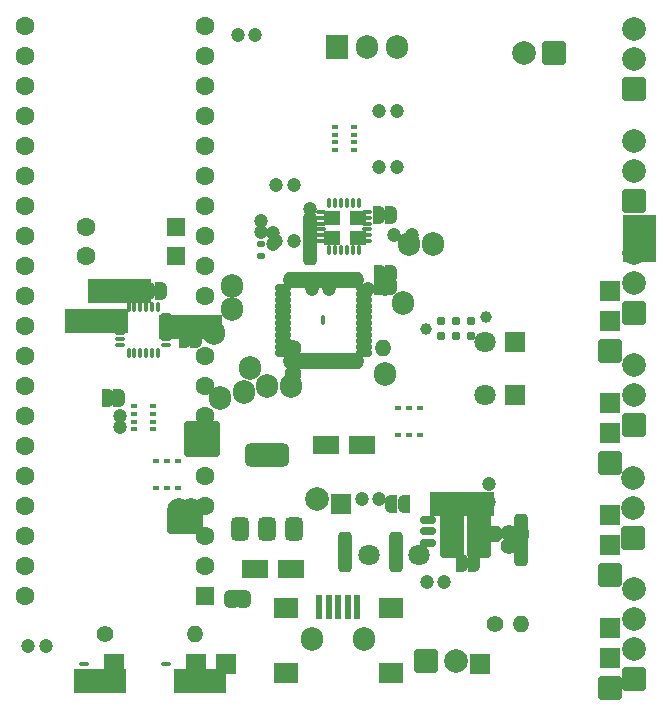
<source format=gbr>
%TF.GenerationSoftware,KiCad,Pcbnew,9.0.1*%
<<<<<<< Updated upstream
%TF.CreationDate,2025-10-26T21:15:45-04:00*%
=======
%TF.CreationDate,2025-10-26T21:35:25-04:00*%
>>>>>>> Stashed changes
%TF.ProjectId,Drone-Flight-Controller,44726f6e-652d-4466-9c69-6768742d436f,rev?*%
%TF.SameCoordinates,Original*%
%TF.FileFunction,Soldermask,Top*%
%TF.FilePolarity,Negative*%
%FSLAX46Y46*%
G04 Gerber Fmt 4.6, Leading zero omitted, Abs format (unit mm)*
<<<<<<< Updated upstream
G04 Created by KiCad (PCBNEW 9.0.1) date 2025-10-26 21:15:45*
=======
G04 Created by KiCad (PCBNEW 9.0.1) date 2025-10-26 21:35:25*
>>>>>>> Stashed changes
%MOMM*%
%LPD*%
G01*
G04 APERTURE LIST*
G04 Aperture macros list*
%AMRoundRect*
0 Rectangle with rounded corners*
0 $1 Rounding radius*
0 $2 $3 $4 $5 $6 $7 $8 $9 X,Y pos of 4 corners*
0 Add a 4 corners polygon primitive as box body*
4,1,4,$2,$3,$4,$5,$6,$7,$8,$9,$2,$3,0*
0 Add four circle primitives for the rounded corners*
1,1,$1+$1,$2,$3*
1,1,$1+$1,$4,$5*
1,1,$1+$1,$6,$7*
1,1,$1+$1,$8,$9*
0 Add four rect primitives between the rounded corners*
20,1,$1+$1,$2,$3,$4,$5,0*
20,1,$1+$1,$4,$5,$6,$7,0*
20,1,$1+$1,$6,$7,$8,$9,0*
20,1,$1+$1,$8,$9,$2,$3,0*%
<<<<<<< Updated upstream
G04 Aperture macros list end*
%ADD10RoundRect,0.147500X0.147500X0.172500X-0.147500X0.172500X-0.147500X-0.172500X0.147500X-0.172500X0*%
%ADD11C,1.000000*%
%ADD12RoundRect,0.165000X-0.165000X-0.475000X0.165000X-0.475000X0.165000X0.475000X-0.165000X0.475000X0*%
%ADD13RoundRect,0.140000X-0.140000X-0.170000X0.140000X-0.170000X0.140000X0.170000X-0.140000X0.170000X0*%
%ADD14RoundRect,0.140000X0.170000X-0.140000X0.170000X0.140000X-0.170000X0.140000X-0.170000X-0.140000X0*%
%ADD15RoundRect,0.140000X0.140000X0.170000X-0.140000X0.170000X-0.140000X-0.170000X0.140000X-0.170000X0*%
%ADD16RoundRect,0.135000X0.135000X0.185000X-0.135000X0.185000X-0.135000X-0.185000X0.135000X-0.185000X0*%
%ADD17RoundRect,0.135000X-0.135000X-0.185000X0.135000X-0.185000X0.135000X0.185000X-0.135000X0.185000X0*%
%ADD18RoundRect,0.135000X0.185000X-0.135000X0.185000X0.135000X-0.185000X0.135000X-0.185000X-0.135000X0*%
%ADD19RoundRect,0.135000X-0.185000X0.135000X-0.185000X-0.135000X0.185000X-0.135000X0.185000X0.135000X0*%
%ADD20RoundRect,0.062500X-0.062500X0.337500X-0.062500X-0.337500X0.062500X-0.337500X0.062500X0.337500X0*%
%ADD21RoundRect,0.062500X-0.337500X0.062500X-0.337500X-0.062500X0.337500X-0.062500X0.337500X0.062500X0*%
%ADD22R,3.500000X3.500000*%
%ADD23RoundRect,0.250000X-0.750000X-0.750000X0.750000X-0.750000X0.750000X0.750000X-0.750000X0.750000X0*%
%ADD24C,2.000000*%
%ADD25RoundRect,0.250000X0.312500X1.450000X-0.312500X1.450000X-0.312500X-1.450000X0.312500X-1.450000X0*%
%ADD26RoundRect,0.250000X0.750000X-0.750000X0.750000X0.750000X-0.750000X0.750000X-0.750000X-0.750000X0*%
%ADD27RoundRect,0.150000X0.150000X-0.512500X0.150000X0.512500X-0.150000X0.512500X-0.150000X-0.512500X0*%
%ADD28RoundRect,0.150000X-0.512500X-0.150000X0.512500X-0.150000X0.512500X0.150000X-0.512500X0.150000X0*%
%ADD29C,1.400000*%
%ADD30O,1.400000X1.400000*%
%ADD31C,0.990600*%
%ADD32C,0.787400*%
%ADD33R,2.200000X1.600000*%
%ADD34R,1.400000X1.200000*%
%ADD35RoundRect,0.075000X0.075000X-0.350000X0.075000X0.350000X-0.075000X0.350000X-0.075000X-0.350000X0*%
%ADD36RoundRect,0.075000X0.350000X0.075000X-0.350000X0.075000X-0.350000X-0.075000X0.350000X-0.075000X0*%
%ADD37R,0.500000X2.000000*%
%ADD38R,2.000000X1.700000*%
%ADD39RoundRect,0.147500X0.172500X-0.147500X0.172500X0.147500X-0.172500X0.147500X-0.172500X-0.147500X0*%
%ADD40RoundRect,0.375000X0.375000X-0.625000X0.375000X0.625000X-0.375000X0.625000X-0.375000X-0.625000X0*%
%ADD41RoundRect,0.500000X1.400000X-0.500000X1.400000X0.500000X-1.400000X0.500000X-1.400000X-0.500000X0*%
%ADD42R,0.500000X0.350000*%
G04 APERTURE END LIST*
D10*
%TO.C,D2*%
X67485000Y-34000000D03*
X66515000Y-34000000D03*
%TD*%
%TO.C,D3*%
X67485000Y-33000000D03*
X66515000Y-33000000D03*
%TD*%
%TO.C,D1*%
X67485000Y-35000000D03*
X66515000Y-35000000D03*
%TD*%
D11*
%TO.C,TP13*%
X47500000Y-34500000D03*
%TD*%
%TO.C,TP12*%
X49500000Y-34500000D03*
%TD*%
%TO.C,TP11*%
X31000000Y-42000000D03*
%TD*%
%TO.C,TP10*%
X31500000Y-47500000D03*
%TD*%
%TO.C,TP9*%
X33500000Y-47000000D03*
%TD*%
%TO.C,TP8*%
X35500000Y-46500000D03*
%TD*%
%TO.C,TP7*%
X37500000Y-46500000D03*
%TD*%
%TO.C,TP6*%
X47000000Y-39500000D03*
%TD*%
%TO.C,TP5*%
X34000000Y-45000000D03*
%TD*%
%TO.C,TP4*%
X32500000Y-40000000D03*
%TD*%
%TO.C,TP3*%
X32500000Y-38000000D03*
%TD*%
%TO.C,TP2*%
X45500000Y-45500000D03*
%TD*%
D12*
%TO.C,C10*%
X45960000Y-56500000D03*
X47040000Y-56500000D03*
%TD*%
D13*
%TO.C,C23*%
X22020000Y-47500000D03*
X22980000Y-47500000D03*
%TD*%
D14*
%TO.C,C22*%
X23000000Y-49980000D03*
X23000000Y-49020000D03*
%TD*%
D15*
%TO.C,C7*%
X52480000Y-56500000D03*
X51520000Y-56500000D03*
%TD*%
D13*
%TO.C,C2*%
X52020000Y-61500000D03*
X52980000Y-61500000D03*
%TD*%
D16*
%TO.C,R7*%
X30500000Y-51500000D03*
X29480000Y-51500000D03*
%TD*%
%TO.C,R6*%
X30510000Y-50500000D03*
X29490000Y-50500000D03*
%TD*%
D17*
%TO.C,R5*%
X27990000Y-57000000D03*
X29010000Y-57000000D03*
%TD*%
D16*
%TO.C,R4*%
X29010000Y-58000000D03*
X27990000Y-58000000D03*
%TD*%
D18*
%TO.C,R3*%
X57000000Y-60020000D03*
X57000000Y-59000000D03*
%TD*%
D19*
%TO.C,R2*%
X56000000Y-58990000D03*
X56000000Y-60010000D03*
%TD*%
D15*
%TO.C,C21*%
X21500000Y-41000000D03*
X20540000Y-41000000D03*
%TD*%
D13*
%TO.C,C19*%
X25500000Y-38500000D03*
X26460000Y-38500000D03*
%TD*%
D15*
%TO.C,C18*%
X23480000Y-38500000D03*
X22520000Y-38500000D03*
%TD*%
%TO.C,C20*%
X29500000Y-41500000D03*
X28540000Y-41500000D03*
%TD*%
D13*
%TO.C,C17*%
X28520000Y-42500000D03*
X29480000Y-42500000D03*
%TD*%
D20*
%TO.C,U3*%
X43000000Y-37487500D03*
X42500000Y-37487500D03*
X42000000Y-37487500D03*
X41500000Y-37487500D03*
X41000000Y-37487500D03*
X40500000Y-37487500D03*
X40000000Y-37487500D03*
X39500000Y-37487500D03*
X39000000Y-37487500D03*
X38500000Y-37487500D03*
X38000000Y-37487500D03*
X37500000Y-37487500D03*
D21*
X36800000Y-38187500D03*
X36800000Y-38687500D03*
X36800000Y-39187500D03*
X36800000Y-39687500D03*
X36800000Y-40187500D03*
X36800000Y-40687500D03*
X36800000Y-41187500D03*
X36800000Y-41687500D03*
X36800000Y-42187500D03*
X36800000Y-42687500D03*
X36800000Y-43187500D03*
X36800000Y-43687500D03*
D20*
X37500000Y-44387500D03*
X38000000Y-44387500D03*
X38500000Y-44387500D03*
X39000000Y-44387500D03*
X39500000Y-44387500D03*
X40000000Y-44387500D03*
X40500000Y-44387500D03*
X41000000Y-44387500D03*
X41500000Y-44387500D03*
X42000000Y-44387500D03*
X42500000Y-44387500D03*
X43000000Y-44387500D03*
D21*
X43700000Y-43687500D03*
X43700000Y-43187500D03*
X43700000Y-42687500D03*
X43700000Y-42187500D03*
X43700000Y-41687500D03*
X43700000Y-41187500D03*
X43700000Y-40687500D03*
X43700000Y-40187500D03*
X43700000Y-39687500D03*
X43700000Y-39187500D03*
X43700000Y-38687500D03*
X43700000Y-38187500D03*
D22*
X40250000Y-40937500D03*
%TD*%
D23*
%TO.C,J7*%
X19960000Y-70000000D03*
D24*
X22500000Y-70000000D03*
%TD*%
D25*
%TO.C,L1*%
X48387500Y-60820000D03*
X44112500Y-60820000D03*
%TD*%
D26*
%TO.C,J3*%
X64500000Y-72080000D03*
D24*
X64500000Y-69540000D03*
X64500000Y-67000000D03*
%TD*%
D27*
%TO.C,U4*%
X46550000Y-50637500D03*
X47500000Y-50637500D03*
X48450000Y-50637500D03*
X48450000Y-48362500D03*
X47500000Y-48362500D03*
X46550000Y-48362500D03*
%TD*%
D28*
%TO.C,U1*%
X51112500Y-58120000D03*
X51112500Y-59070000D03*
X51112500Y-60020000D03*
X53387500Y-60020000D03*
X53387500Y-59070000D03*
X53387500Y-58120000D03*
%TD*%
D29*
%TO.C,R9*%
X27810000Y-33000000D03*
D30*
X20190000Y-33000000D03*
%TD*%
D26*
%TO.C,J4*%
X64500000Y-62500000D03*
D24*
X64500000Y-59960000D03*
X64500000Y-57420000D03*
%TD*%
D31*
%TO.C,J10*%
X48960000Y-41635000D03*
X54040000Y-40619000D03*
X54040000Y-42651000D03*
D32*
X50230000Y-42270000D03*
X50230000Y-41000000D03*
X51500000Y-42270000D03*
X51500000Y-41000000D03*
X52770000Y-42270000D03*
X52770000Y-41000000D03*
%TD*%
D33*
%TO.C,C6*%
X40500000Y-51500000D03*
X43500000Y-51500000D03*
%TD*%
D34*
%TO.C,Y1*%
X43200000Y-32300000D03*
X41000000Y-32300000D03*
X41000000Y-34000000D03*
X43200000Y-34000000D03*
%TD*%
D35*
%TO.C,U6*%
X23750000Y-43700000D03*
X24250000Y-43700000D03*
X24750000Y-43700000D03*
X25250000Y-43700000D03*
X25750000Y-43700000D03*
X26250000Y-43700000D03*
D36*
X26950000Y-43000000D03*
X26950000Y-42500000D03*
X26950000Y-42000000D03*
X26950000Y-41500000D03*
X26950000Y-41000000D03*
X26950000Y-40500000D03*
D35*
X26250000Y-39800000D03*
X25750000Y-39800000D03*
X25250000Y-39800000D03*
X24750000Y-39800000D03*
X24250000Y-39800000D03*
X23750000Y-39800000D03*
D36*
X23050000Y-40500000D03*
X23050000Y-41000000D03*
X23050000Y-41500000D03*
X23050000Y-42000000D03*
X23050000Y-42500000D03*
X23050000Y-43000000D03*
%TD*%
D27*
%TO.C,U5*%
X26050000Y-55137500D03*
X27000000Y-55137500D03*
X27950000Y-55137500D03*
X27950000Y-52862500D03*
X27000000Y-52862500D03*
X26050000Y-52862500D03*
%TD*%
D11*
%TO.C,J2*%
X39300000Y-67925000D03*
X43700000Y-67925000D03*
D37*
X39900000Y-65225000D03*
X40700000Y-65225000D03*
X41500000Y-65225000D03*
X42300000Y-65225000D03*
X43100000Y-65225000D03*
D38*
X37050000Y-65325000D03*
X37050000Y-70775000D03*
X45950000Y-65325000D03*
X45950000Y-70775000D03*
%TD*%
D13*
%TO.C,C11*%
X45020000Y-38000000D03*
X45980000Y-38000000D03*
%TD*%
D29*
%TO.C,R8*%
X27810000Y-35500000D03*
D30*
X20190000Y-35500000D03*
%TD*%
D18*
%TO.C,R1*%
X39100000Y-34550000D03*
X39100000Y-33530000D03*
%TD*%
D24*
%TO.C,TP1*%
X41750000Y-56500000D03*
%TD*%
D39*
%TO.C,L2*%
X35000000Y-35485000D03*
X35000000Y-34515000D03*
%TD*%
D14*
%TO.C,C15*%
X35000000Y-33465000D03*
X35000000Y-32505000D03*
%TD*%
D33*
%TO.C,C4*%
X37500000Y-62000000D03*
X34500000Y-62000000D03*
%TD*%
D26*
%TO.C,J5*%
X64500000Y-53045000D03*
D24*
X64500000Y-50505000D03*
X64500000Y-47965000D03*
%TD*%
D23*
%TO.C,J1*%
X50975000Y-70037500D03*
D24*
X53515000Y-70037500D03*
%TD*%
D26*
%TO.C,J6*%
X64500000Y-43540000D03*
D24*
X64500000Y-41000000D03*
X64500000Y-38460000D03*
%TD*%
D40*
%TO.C,U2*%
X33200000Y-58650000D03*
X35500000Y-58650000D03*
D41*
X35500000Y-52350000D03*
D40*
X37800000Y-58650000D03*
%TD*%
D14*
%TO.C,C3*%
X39100000Y-32500000D03*
X39100000Y-31540000D03*
%TD*%
%TO.C,C16*%
X36000000Y-34480000D03*
X36000000Y-33520000D03*
%TD*%
D42*
%TO.C,U7*%
X25800000Y-48230000D03*
X25800000Y-48880000D03*
X25800000Y-49530000D03*
X25800000Y-50180000D03*
X24200000Y-50180000D03*
X24200000Y-49530000D03*
X24200000Y-48880000D03*
X24200000Y-48230000D03*
%TD*%
D13*
%TO.C,C1*%
X45000000Y-32000000D03*
X45960000Y-32000000D03*
%TD*%
%TO.C,C9*%
X45020000Y-37000000D03*
X45980000Y-37000000D03*
%TD*%
D23*
%TO.C,J8*%
X26955000Y-70000000D03*
D24*
X29495000Y-70000000D03*
X32035000Y-70000000D03*
=======
%AMFreePoly0*
4,1,23,0.500000,-0.750000,0.000000,-0.750000,0.000000,-0.745722,-0.065263,-0.745722,-0.191342,-0.711940,-0.304381,-0.646677,-0.396677,-0.554381,-0.461940,-0.441342,-0.495722,-0.315263,-0.495722,-0.250000,-0.500000,-0.250000,-0.500000,0.250000,-0.495722,0.250000,-0.495722,0.315263,-0.461940,0.441342,-0.396677,0.554381,-0.304381,0.646677,-0.191342,0.711940,-0.065263,0.745722,0.000000,0.745722,
0.000000,0.750000,0.500000,0.750000,0.500000,-0.750000,0.500000,-0.750000,$1*%
%AMFreePoly1*
4,1,23,0.000000,0.745722,0.065263,0.745722,0.191342,0.711940,0.304381,0.646677,0.396677,0.554381,0.461940,0.441342,0.495722,0.315263,0.495722,0.250000,0.500000,0.250000,0.500000,-0.250000,0.495722,-0.250000,0.495722,-0.315263,0.461940,-0.441342,0.396677,-0.554381,0.304381,-0.646677,0.191342,-0.711940,0.065263,-0.745722,0.000000,-0.745722,0.000000,-0.750000,-0.500000,-0.750000,
-0.500000,0.750000,0.000000,0.750000,0.000000,0.745722,0.000000,0.745722,$1*%
G04 Aperture macros list end*
%ADD10R,1.905000X2.000000*%
%ADD11O,1.905000X2.000000*%
%ADD12FreePoly0,0.000000*%
%ADD13FreePoly1,0.000000*%
%ADD14C,1.200000*%
%ADD15R,4.500000X2.000000*%
%ADD16RoundRect,0.250000X0.750000X-0.750000X0.750000X0.750000X-0.750000X0.750000X-0.750000X-0.750000X0*%
%ADD17C,2.000000*%
%ADD18RoundRect,0.250000X0.312500X1.450000X-0.312500X1.450000X-0.312500X-1.450000X0.312500X-1.450000X0*%
%ADD19C,1.400000*%
%ADD20O,1.400000X1.400000*%
%ADD21RoundRect,0.150000X-0.512500X-0.150000X0.512500X-0.150000X0.512500X0.150000X-0.512500X0.150000X0*%
%ADD22RoundRect,0.075000X-0.075000X0.350000X-0.075000X-0.350000X0.075000X-0.350000X0.075000X0.350000X0*%
%ADD23RoundRect,0.075000X-0.350000X-0.075000X0.350000X-0.075000X0.350000X0.075000X-0.350000X0.075000X0*%
%ADD24R,1.800000X1.800000*%
%ADD25C,1.800000*%
%ADD26RoundRect,0.250000X-0.750000X-0.750000X0.750000X-0.750000X0.750000X0.750000X-0.750000X0.750000X0*%
%ADD27R,0.500000X0.350000*%
%ADD28RoundRect,0.250000X0.750000X0.750000X-0.750000X0.750000X-0.750000X-0.750000X0.750000X-0.750000X0*%
%ADD29RoundRect,0.250000X0.550000X0.550000X-0.550000X0.550000X-0.550000X-0.550000X0.550000X-0.550000X0*%
%ADD30C,1.600000*%
G04 APERTURE END LIST*
%TO.C,JP1*%
G36*
X32850000Y-63750000D02*
G01*
X33150000Y-63750000D01*
X33150000Y-65250000D01*
X32850000Y-65250000D01*
X32850000Y-63750000D01*
G37*
%TD*%
D10*
%TO.C,U2*%
X41420000Y-17820000D03*
D11*
X43960000Y-17820000D03*
X46500000Y-17820000D03*
%TD*%
D12*
%TO.C,JP1*%
X32350000Y-64500000D03*
D13*
X33650000Y-64500000D03*
%TD*%
D14*
%TO.C,C10*%
X46250000Y-33750000D03*
X47750000Y-33750000D03*
%TD*%
D15*
%TO.C,Y1*%
X29810000Y-71500000D03*
X21310000Y-71500000D03*
%TD*%
D16*
%TO.C,J5*%
X66532500Y-21360000D03*
D17*
X66532500Y-18820000D03*
X66532500Y-16280000D03*
%TD*%
D14*
%TO.C,C2*%
X15250000Y-68500000D03*
X16750000Y-68500000D03*
%TD*%
D18*
%TO.C,L1*%
X46387500Y-60570000D03*
X42112500Y-60570000D03*
%TD*%
D14*
%TO.C,C8*%
X39250000Y-38250000D03*
X40750000Y-38250000D03*
%TD*%
D19*
%TO.C,R3*%
X21750000Y-67500000D03*
D20*
X29370000Y-67500000D03*
%TD*%
D14*
%TO.C,C1*%
X49000000Y-63070000D03*
X50500000Y-63070000D03*
%TD*%
D21*
%TO.C,U1*%
X49112500Y-57870000D03*
X49112500Y-58820000D03*
X49112500Y-59770000D03*
X51387500Y-59770000D03*
X51387500Y-58820000D03*
X51387500Y-57870000D03*
%TD*%
D19*
%TO.C,R5*%
X37690000Y-45500000D03*
D20*
X45310000Y-45500000D03*
%TD*%
D14*
%TO.C,C9*%
X36250000Y-34250000D03*
X37750000Y-34250000D03*
%TD*%
D16*
%TO.C,J7*%
X66500000Y-59360000D03*
D17*
X66500000Y-56820000D03*
X66500000Y-54280000D03*
%TD*%
D19*
%TO.C,R1*%
X57000000Y-59010000D03*
D20*
X57000000Y-66630000D03*
%TD*%
D22*
%TO.C,U4*%
X43250000Y-31050000D03*
X42750000Y-31050000D03*
X42250000Y-31050000D03*
X41750000Y-31050000D03*
X41250000Y-31050000D03*
X40750000Y-31050000D03*
D23*
X40050000Y-31750000D03*
X40050000Y-32250000D03*
X40050000Y-32750000D03*
X40050000Y-33250000D03*
X40050000Y-33750000D03*
X40050000Y-34250000D03*
D22*
X40750000Y-34950000D03*
X41250000Y-34950000D03*
X41750000Y-34950000D03*
X42250000Y-34950000D03*
X42750000Y-34950000D03*
X43250000Y-34950000D03*
D23*
X43950000Y-34250000D03*
X43950000Y-33750000D03*
X43950000Y-33250000D03*
X43950000Y-32750000D03*
X43950000Y-32250000D03*
X43950000Y-31750000D03*
%TD*%
D14*
%TO.C,C12*%
X46500000Y-28000000D03*
X45000000Y-28000000D03*
%TD*%
D19*
%TO.C,R2*%
X54750000Y-66630000D03*
D20*
X54750000Y-59010000D03*
%TD*%
D19*
%TO.C,R4*%
X37690000Y-43250000D03*
D20*
X45310000Y-43250000D03*
%TD*%
D17*
%TO.C,TP1*%
X39750000Y-56070000D03*
%TD*%
D16*
%TO.C,J2*%
X66532500Y-49820000D03*
D17*
X66532500Y-47280000D03*
X66532500Y-44740000D03*
%TD*%
D24*
%TO.C,D1*%
X56500000Y-47250000D03*
D25*
X53960000Y-47250000D03*
%TD*%
D14*
%TO.C,C3*%
X33000000Y-16750000D03*
X34500000Y-16750000D03*
%TD*%
%TO.C,C7*%
X45500000Y-38250000D03*
X44000000Y-38250000D03*
%TD*%
D16*
%TO.C,J4*%
X66532500Y-30820000D03*
D17*
X66532500Y-28280000D03*
X66532500Y-25740000D03*
%TD*%
D26*
%TO.C,J1*%
X48975000Y-69787500D03*
D17*
X51515000Y-69787500D03*
%TD*%
D14*
%TO.C,C11*%
X45000000Y-23250000D03*
X46500000Y-23250000D03*
%TD*%
D27*
%TO.C,U5*%
X41200000Y-26520000D03*
X41200000Y-25870000D03*
X41200000Y-25220000D03*
X41200000Y-24570000D03*
X42800000Y-24570000D03*
X42800000Y-25220000D03*
X42800000Y-25870000D03*
X42800000Y-26520000D03*
%TD*%
D16*
%TO.C,J8*%
X66532500Y-71320000D03*
D17*
X66532500Y-68780000D03*
X66532500Y-66240000D03*
X66532500Y-63700000D03*
%TD*%
D28*
%TO.C,J6*%
X59750000Y-18280000D03*
D17*
X57210000Y-18280000D03*
%TD*%
D24*
%TO.C,D2*%
X56500000Y-42750000D03*
D25*
X53960000Y-42750000D03*
%TD*%
D14*
%TO.C,C6*%
X37750000Y-29500000D03*
X36250000Y-29500000D03*
%TD*%
D16*
%TO.C,J3*%
X66532500Y-40360000D03*
D17*
X66532500Y-37820000D03*
X66532500Y-35280000D03*
%TD*%
D29*
%TO.C,U3*%
X30250000Y-64270000D03*
D30*
X30250000Y-61730000D03*
X30250000Y-59190000D03*
X30250000Y-56650000D03*
X30250000Y-54110000D03*
X30250000Y-51570000D03*
X30250000Y-49030000D03*
X30250000Y-46490000D03*
X30250000Y-43950000D03*
X30250000Y-41410000D03*
X30250000Y-38870000D03*
X30250000Y-36330000D03*
X30250000Y-33790000D03*
X30250000Y-31250000D03*
X30250000Y-28710000D03*
X30250000Y-26170000D03*
X30250000Y-23630000D03*
X30250000Y-21090000D03*
X30250000Y-18550000D03*
X30250000Y-16010000D03*
X15010000Y-16010000D03*
X15010000Y-18550000D03*
X15010000Y-21090000D03*
X15010000Y-23630000D03*
X15010000Y-26170000D03*
X15010000Y-28710000D03*
X15010000Y-31250000D03*
X15010000Y-33790000D03*
X15010000Y-36330000D03*
X15010000Y-38870000D03*
X15010000Y-41410000D03*
X15010000Y-43950000D03*
X15010000Y-46490000D03*
X15010000Y-49030000D03*
X15010000Y-51570000D03*
X15010000Y-54110000D03*
X15010000Y-56650000D03*
X15010000Y-59190000D03*
X15010000Y-61730000D03*
X15010000Y-64270000D03*
%TD*%
D14*
%TO.C,C4*%
X54250000Y-56320000D03*
X54250000Y-54820000D03*
%TD*%
%TO.C,C5*%
X43500000Y-56070000D03*
X45000000Y-56070000D03*
>>>>>>> Stashed changes
%TD*%
M02*

</source>
